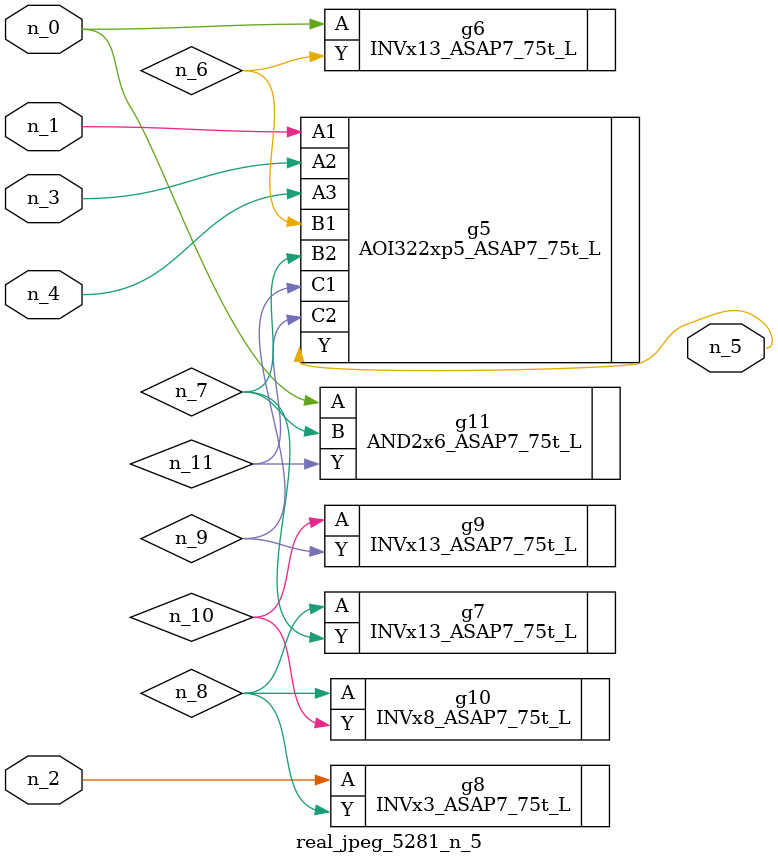
<source format=v>
module real_jpeg_5281_n_5 (n_4, n_0, n_1, n_2, n_3, n_5);

input n_4;
input n_0;
input n_1;
input n_2;
input n_3;

output n_5;

wire n_8;
wire n_11;
wire n_6;
wire n_7;
wire n_10;
wire n_9;

INVx13_ASAP7_75t_L g6 ( 
.A(n_0),
.Y(n_6)
);

AND2x6_ASAP7_75t_L g11 ( 
.A(n_0),
.B(n_7),
.Y(n_11)
);

AOI322xp5_ASAP7_75t_L g5 ( 
.A1(n_1),
.A2(n_3),
.A3(n_4),
.B1(n_6),
.B2(n_7),
.C1(n_9),
.C2(n_11),
.Y(n_5)
);

INVx3_ASAP7_75t_L g8 ( 
.A(n_2),
.Y(n_8)
);

INVx13_ASAP7_75t_L g7 ( 
.A(n_8),
.Y(n_7)
);

INVx8_ASAP7_75t_L g10 ( 
.A(n_8),
.Y(n_10)
);

INVx13_ASAP7_75t_L g9 ( 
.A(n_10),
.Y(n_9)
);


endmodule
</source>
